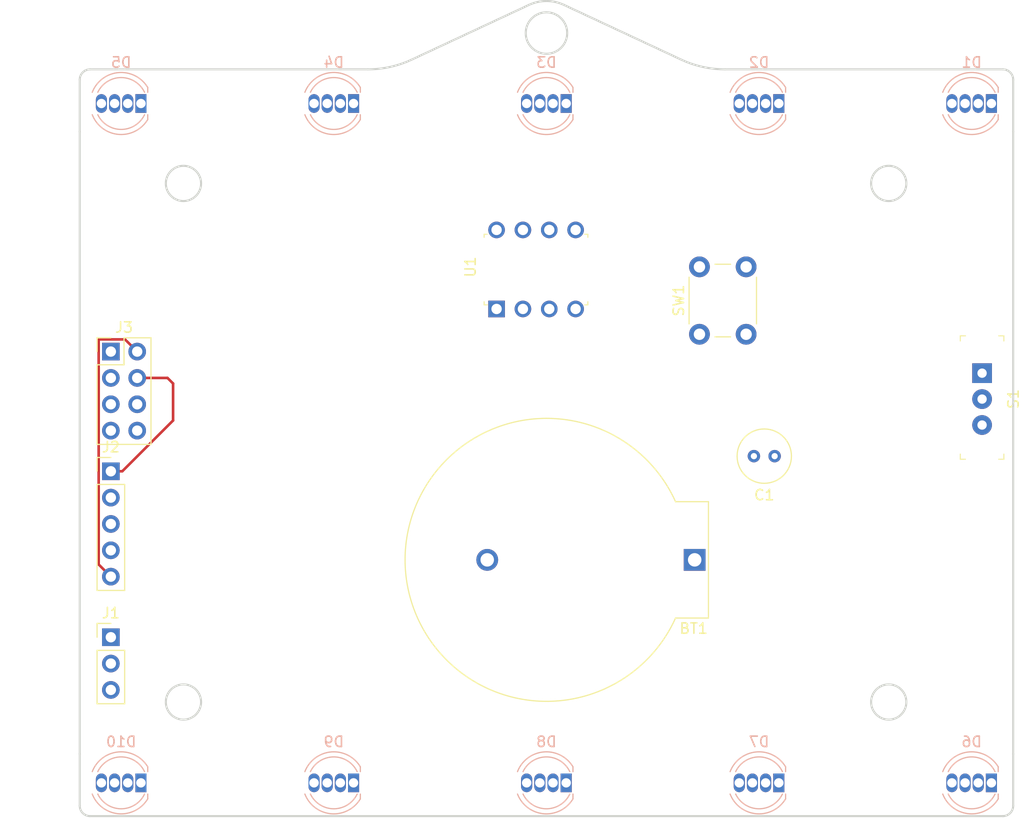
<source format=kicad_pcb>
(kicad_pcb (version 20221018) (generator pcbnew)
  (layers (0 "F.Cu" signal) (31 "B.Cu" signal) (34 "B.Paste" user) (35 "F.Paste" user) (36 "B.SilkS" user "B.Silkscreen") (37 "F.SilkS" user "F.Silkscreen") (38 "B.Mask" user) (39 "F.Mask" user) (44 "Edge.Cuts" user))
  (net 0 "")
  (net 1 "Net-(D1-DO)")
  (net 2 "+5V")
  (net 3 "Net-(D10-DI)")
  (net 4 "Net-(D2-DO)")
  (net 5 "Net-(D3-DO)")
  (net 6 "Net-(D4-DO)")
  (net 7 "Net-(D5-DO)")
  (net 8 "Net-(D6-DO)")
  (net 9 "Net-(D7-DO)")
  (net 10 "Net-(D8-DO)")
  (net 11 "Net-(D10-DO)")
  (net 13 "at5")
  (net 14 "/at6")
  (net 15 "/at7")
  (net 16 "/at3")
  (net 17 "at4")
  (net 18 "at1")
  (net 19 "/at2")
  (net 21 "at8")
  (footprint "Connector_PinHeader_2.54mm:PinHeader_1x03_P2.54mm_Vertical" (layer "F.Cu") (at 108 108.46)
    (fp_text reference "J1" (at 0 -2.33) (layer "F.SilkS"))
    (fp_text value "Conn_01x03_Pin")
    (fp_line (start -1.33 -1.33) (end 0 -1.33) (stroke (width 0.12)) (layer "F.SilkS"))
    (fp_line (start -1.33 0) (end -1.33 -1.33) (stroke (width 0.12)) (layer "F.SilkS"))
    (fp_line (start -1.33 1.27) (end -1.33 6.41) (stroke (width 0.12)) (layer "F.SilkS"))
    (fp_line (start -1.33 1.27) (end 1.33 1.27) (stroke (width 0.12)) (layer "F.SilkS"))
    (fp_line (start -1.33 6.41) (end 1.33 6.41) (stroke (width 0.12)) (layer "F.SilkS"))
    (fp_line (start 1.33 1.27) (end 1.33 6.41) (stroke (width 0.12)) (layer "F.SilkS"))
    (pad "1" thru_hole rect (at 0 0) (size 1.7 1.7) (drill 1) (layers "*.Cu" "*.Mask") (net 21 "at8"))
    (pad "2" thru_hole oval (at 0 2.54) (size 1.7 1.7) (drill 1) (layers "*.Cu" "*.Mask") (net 11 "Net-(D10-DO)"))
    (pad "3" thru_hole oval (at 0 5.08) (size 1.7 1.7) (drill 1) (layers "*.Cu" "*.Mask") (net 17 "at4"))
  )
  (footprint "Connector_PinHeader_2.54mm:PinHeader_2x04_P2.54mm_Vertical" (layer "F.Cu") (at 108 80.92)
    (fp_text reference "J3" (at 1.27 -2.33) (layer "F.SilkS"))
    (fp_text value "Conn_02x04_Counter_Clockwise")
    (fp_line (start -1.33 -1.33) (end 0 -1.33) (stroke (width 0.12)) (layer "F.SilkS"))
    (fp_line (start -1.33 0) (end -1.33 -1.33) (stroke (width 0.12)) (layer "F.SilkS"))
    (fp_line (start -1.33 1.27) (end -1.33 8.95) (stroke (width 0.12)) (layer "F.SilkS"))
    (fp_line (start -1.33 1.27) (end 1.27 1.27) (stroke (width 0.12)) (layer "F.SilkS"))
    (fp_line (start -1.33 8.95) (end 3.87 8.95) (stroke (width 0.12)) (layer "F.SilkS"))
    (fp_line (start 1.27 -1.33) (end 3.87 -1.33) (stroke (width 0.12)) (layer "F.SilkS"))
    (fp_line (start 1.27 1.27) (end 1.27 -1.33) (stroke (width 0.12)) (layer "F.SilkS"))
    (fp_line (start 3.87 -1.33) (end 3.87 8.95) (stroke (width 0.12)) (layer "F.SilkS"))
    (pad "1" thru_hole rect (at 0 0) (size 1.7 1.7) (drill 1) (layers "*.Cu" "*.Mask") (net 18 "at1"))
    (pad "2" thru_hole oval (at 2.54 0) (size 1.7 1.7) (drill 1) (layers "*.Cu" "*.Mask") (net 19 "/at2"))
    (pad "3" thru_hole oval (at 0 2.54) (size 1.7 1.7) (drill 1) (layers "*.Cu" "*.Mask") (net 16 "/at3"))
    (pad "4" thru_hole oval (at 2.54 2.54) (size 1.7 1.7) (drill 1) (layers "*.Cu" "*.Mask") (net 17 "at4"))
    (pad "5" thru_hole oval (at 0 5.08) (size 1.7 1.7) (drill 1) (layers "*.Cu" "*.Mask") (net 21 "at8"))
    (pad "6" thru_hole oval (at 2.54 5.08) (size 1.7 1.7) (drill 1) (layers "*.Cu" "*.Mask") (net 15 "/at7"))
    (pad "7" thru_hole oval (at 0 7.62) (size 1.7 1.7) (drill 1) (layers "*.Cu" "*.Mask") (net 14 "/at6"))
    (pad "8" thru_hole oval (at 2.54 7.62) (size 1.7 1.7) (drill 1) (layers "*.Cu" "*.Mask") (net 13 "at5"))
  )
  (footprint "digikey-footprints:DIP-8_W7.62mm" (layer "F.Cu") (at 145.19 76.81 90)
    (fp_text reference "U1" (at 4.05 -2.52 90) (layer "F.SilkS"))
    (fp_text value "ATTINY85-20PU")
    (fp_line (start 0.4 -1.2) (end 0.7 -1.2) (stroke (width 0.1)) (layer "F.SilkS"))
    (fp_line (start 0.4 -0.9) (end 0.4 -1.2) (stroke (width 0.1)) (layer "F.SilkS"))
    (fp_line (start 0.4 8.5) (end 0.4 8.8) (stroke (width 0.1)) (layer "F.SilkS"))
    (fp_line (start 0.4 8.8) (end 0.7 8.8) (stroke (width 0.1)) (layer "F.SilkS"))
    (fp_line (start 7.2 -1.2) (end 6.9 -1.2) (stroke (width 0.1)) (layer "F.SilkS"))
    (fp_line (start 7.2 -0.9) (end 7.2 -1.2) (stroke (width 0.1)) (layer "F.SilkS"))
    (fp_line (start 7.2 8.5) (end 7.2 8.8) (stroke (width 0.1)) (layer "F.SilkS"))
    (fp_line (start 7.2 8.8) (end 6.9 8.8) (stroke (width 0.1)) (layer "F.SilkS"))
    (pad "1" thru_hole rect (at 0 0 90) (size 1.6 1.6) (drill 1) (layers "*.Cu" "*.Mask") (net 18 "at1"))
    (pad "2" thru_hole circle (at 0 2.54 90) (size 1.6 1.6) (drill 1) (layers "*.Cu" "*.Mask") (net 19 "/at2"))
    (pad "3" thru_hole circle (at 0 5.08 90) (size 1.6 1.6) (drill 1) (layers "*.Cu" "*.Mask") (net 16 "/at3"))
    (pad "4" thru_hole circle (at 0 7.62 90) (size 1.6 1.6) (drill 1) (layers "*.Cu" "*.Mask") (net 17 "at4"))
    (pad "5" thru_hole circle (at 7.62 7.62 90) (size 1.6 1.6) (drill 1) (layers "*.Cu" "*.Mask") (net 13 "at5"))
    (pad "6" thru_hole circle (at 7.62 5.08 90) (size 1.6 1.6) (drill 1) (layers "*.Cu" "*.Mask") (net 14 "/at6"))
    (pad "7" thru_hole circle (at 7.62 2.54 90) (size 1.6 1.6) (drill 1) (layers "*.Cu" "*.Mask") (net 15 "/at7"))
    (pad "8" thru_hole circle (at 7.62 0 90) (size 1.6 1.6) (drill 1) (layers "*.Cu" "*.Mask"))
  )
  (footprint "Connector_PinHeader_2.54mm:PinHeader_1x05_P2.54mm_Vertical" (layer "F.Cu") (at 108 92.46)
    (fp_text reference "J2" (at 0 -2.33) (layer "F.SilkS"))
    (fp_text value "Conn_01x05_Pin")
    (fp_line (start -1.33 -1.33) (end 0 -1.33) (stroke (width 0.12)) (layer "F.SilkS"))
    (fp_line (start -1.33 0) (end -1.33 -1.33) (stroke (width 0.12)) (layer "F.SilkS"))
    (fp_line (start -1.33 1.27) (end -1.33 11.49) (stroke (width 0.12)) (layer "F.SilkS"))
    (fp_line (start -1.33 1.27) (end 1.33 1.27) (stroke (width 0.12)) (layer "F.SilkS"))
    (fp_line (start -1.33 11.49) (end 1.33 11.49) (stroke (width 0.12)) (layer "F.SilkS"))
    (fp_line (start 1.33 1.27) (end 1.33 11.49) (stroke (width 0.12)) (layer "F.SilkS"))
    (pad "1" thru_hole rect (at 0 0) (size 1.7 1.7) (drill 1) (layers "*.Cu" "*.Mask") (net 17 "at4"))
    (pad "2" thru_hole oval (at 0 2.54) (size 1.7 1.7) (drill 1) (layers "*.Cu" "*.Mask") (net 14 "/at6"))
    (pad "3" thru_hole oval (at 0 5.08) (size 1.7 1.7) (drill 1) (layers "*.Cu" "*.Mask") (net 15 "/at7"))
    (pad "4" thru_hole oval (at 0 7.62) (size 1.7 1.7) (drill 1) (layers "*.Cu" "*.Mask") (net 16 "/at3"))
    (pad "5" thru_hole oval (at 0 10.16) (size 1.7 1.7) (drill 1) (layers "*.Cu" "*.Mask") (net 19 "/at2"))
  )
  (footprint "Capacitor_THT:C_Radial_D5.0mm_H5.0mm_P2.00mm" (layer "F.Cu") (at 172 91 180)
    (fp_text reference "C1" (at 1 -3.75) (layer "F.SilkS"))
    (fp_text value "C")
    (fp_circle (center 1 0) (end 3.62 0) (stroke (width 0.12)) (fill none) (layer "F.SilkS"))
    (pad "1" thru_hole circle (at 0 0 180) (size 1.2 1.2) (drill 0.6) (layers "*.Cu" "*.Mask") (net 21 "at8"))
    (pad "2" thru_hole circle (at 2 0 180) (size 1.2 1.2) (drill 0.6) (layers "*.Cu" "*.Mask") (net 17 "at4"))
  )
  (footprint "digikey-footprints:Switch_Slide_11.6x4mm_EG1218" (layer "F.Cu") (at 192 83 -90)
    (fp_text reference "S1" (at 2.49 -3.02 90) (layer "F.SilkS"))
    (fp_text value "EG1218")
    (fp_line (start -3.6 -2.1) (end -3.6 -1.6) (stroke (width 0.1)) (layer "F.SilkS"))
    (fp_line (start -3.6 -2.1) (end -3.1 -2.1) (stroke (width 0.1)) (layer "F.SilkS"))
    (fp_line (start -3.6 2.1) (end -3.6 1.6) (stroke (width 0.1)) (layer "F.SilkS"))
    (fp_line (start -3.6 2.1) (end -3.1 2.1) (stroke (width 0.1)) (layer "F.SilkS"))
    (fp_line (start 8.3 -2.1) (end 7.8 -2.1) (stroke (width 0.1)) (layer "F.SilkS"))
    (fp_line (start 8.3 -2.1) (end 8.3 -1.6) (stroke (width 0.1)) (layer "F.SilkS"))
    (fp_line (start 8.3 2.1) (end 7.8 2.1) (stroke (width 0.1)) (layer "F.SilkS"))
    (fp_line (start 8.3 2.1) (end 8.3 1.6) (stroke (width 0.1)) (layer "F.SilkS"))
    (pad "1" thru_hole rect (at 0 0 270) (size 1.9 1.9) (drill 0.9) (layers "*.Cu" "*.Mask") (net 2 "+5V"))
    (pad "2" thru_hole circle (at 2.5 0 270) (size 1.9 1.9) (drill 0.9) (layers "*.Cu" "*.Mask") (net 21 "at8"))
    (pad "3" thru_hole circle (at 5 0 270) (size 1.9 1.9) (drill 0.9) (layers "*.Cu" "*.Mask"))
  )
  (footprint "Battery:BatteryHolder_ComfortableElectronic_CH273-2450_1x2450" (layer "F.Cu") (at 164.289087 101 180)
    (fp_text reference "BT1" (at 0.1 -6.62) (layer "F.SilkS"))
    (fp_text value "Battery")
    (fp_line (start -1.33 -5.61) (end 1.845 -5.61) (stroke (width 0.12)) (layer "F.SilkS"))
    (fp_line (start -1.33 5.61) (end -1.33 -5.61) (stroke (width 0.12)) (layer "F.SilkS"))
    (fp_line (start 1.845 5.61) (end -1.33 5.61) (stroke (width 0.12)) (layer "F.SilkS"))
    (fp_arc (start 1.845 -5.61) (mid 27.921896 0) (end 1.845 5.61) (stroke (width 0.12)) (layer "F.SilkS"))
    (pad "1" thru_hole rect (at 0 0 90) (size 2.1 2.1) (drill 1.3) (layers "*.Cu" "*.Mask") (net 2 "+5V"))
    (pad "2" thru_hole circle (at 20 0 90) (size 2.1 2.1) (drill 1.3) (layers "*.Cu" "*.Mask") (net 17 "at4"))
  )
  (footprint "Button_Switch_THT:SW_PUSH_6mm" (layer "F.Cu") (at 164.75 79.25 90)
    (fp_text reference "SW1" (at 3.25 -2 90) (layer "F.SilkS"))
    (fp_text value "Push_Button")
    (fp_line (start -0.25 1.5) (end -0.25 3) (stroke (width 0.12)) (layer "F.SilkS"))
    (fp_line (start 1 5.5) (end 5.5 5.5) (stroke (width 0.12)) (layer "F.SilkS"))
    (fp_line (start 5.5 -1) (end 1 -1) (stroke (width 0.12)) (layer "F.SilkS"))
    (fp_line (start 6.75 3) (end 6.75 1.5) (stroke (width 0.12)) (layer "F.SilkS"))
    (pad "1" thru_hole circle (at 0 0 180) (size 2 2) (drill 1.1) (layers "*.Cu" "*.Mask") (net 13 "at5"))
    (pad "1" thru_hole circle (at 6.5 0 180) (size 2 2) (drill 1.1) (layers "*.Cu" "*.Mask") (net 13 "at5"))
    (pad "2" thru_hole circle (at 0 4.5 180) (size 2 2) (drill 1.1) (layers "*.Cu" "*.Mask") (net 17 "at4"))
    (pad "2" thru_hole circle (at 6.5 4.5 180) (size 2 2) (drill 1.1) (layers "*.Cu" "*.Mask") (net 17 "at4"))
  )
  (footprint "LED_THT:LED_D5.0mm-4_RGB" (layer "B.Cu") (at 131.4 57 180)
    (fp_text reference "D4" (at 1.905 3.96) (layer "B.SilkS") (effects (justify mirror)))
    (fp_text value "APA-106-F5")
    (fp_line (start -0.655 -1.08) (end -0.655 -1.545) (stroke (width 0.12)) (layer "B.SilkS"))
    (fp_line (start -0.655 1.545) (end -0.655 1.08) (stroke (width 0.12)) (layer "B.SilkS"))
    (fp_arc (start -0.655 -1.54483) (mid 2.163456 -2.978809) (end 4.692815 -1.080827) (stroke (width 0.12)) (layer "B.SilkS"))
    (fp_arc (start -0.349684 -1.08) (mid 1.904762 -2.5) (end 4.159479 -1.080429) (stroke (width 0.12)) (layer "B.SilkS"))
    (fp_arc (start 4.159479 1.080429) (mid 1.904762 2.5) (end -0.349684 1.08) (stroke (width 0.12)) (layer "B.SilkS"))
    (fp_arc (start 4.692815 1.080827) (mid 2.163456 2.978808) (end -0.655 1.54483) (stroke (width 0.12)) (layer "B.SilkS"))
    (pad "1" thru_hole rect (at 0 0 180) (size 1.07 1.8) (drill 0.9) (layers "*.Cu" "*.Mask") (net 6 "Net-(D4-DO)"))
    (pad "2" thru_hole oval (at 1.27 0 180) (size 1.07 1.8) (drill 0.9) (layers "*.Cu" "*.Mask") (net 17 "at4"))
    (pad "3" thru_hole oval (at 2.54 0 180) (size 1.07 1.8) (drill 0.9) (layers "*.Cu" "*.Mask") (net 21 "at8"))
    (pad "4" thru_hole oval (at 3.81 0 180) (size 1.07 1.8) (drill 0.9) (layers "*.Cu" "*.Mask") (net 5 "Net-(D3-DO)"))
  )
  (footprint "LED_THT:LED_D5.0mm-4_RGB" (layer "B.Cu") (at 172.4 57 180)
    (fp_text reference "D2" (at 1.905 3.96) (layer "B.SilkS") (effects (justify mirror)))
    (fp_text value "APA-106-F5")
    (fp_line (start -0.655 -1.08) (end -0.655 -1.545) (stroke (width 0.12)) (layer "B.SilkS"))
    (fp_line (start -0.655 1.545) (end -0.655 1.08) (stroke (width 0.12)) (layer "B.SilkS"))
    (fp_arc (start -0.655 -1.54483) (mid 2.163456 -2.978809) (end 4.692815 -1.080827) (stroke (width 0.12)) (layer "B.SilkS"))
    (fp_arc (start -0.349684 -1.08) (mid 1.904762 -2.5) (end 4.159479 -1.080429) (stroke (width 0.12)) (layer "B.SilkS"))
    (fp_arc (start 4.159479 1.080429) (mid 1.904762 2.5) (end -0.349684 1.08) (stroke (width 0.12)) (layer "B.SilkS"))
    (fp_arc (start 4.692815 1.080827) (mid 2.163456 2.978808) (end -0.655 1.54483) (stroke (width 0.12)) (layer "B.SilkS"))
    (pad "1" thru_hole rect (at 0 0 180) (size 1.07 1.8) (drill 0.9) (layers "*.Cu" "*.Mask") (net 4 "Net-(D2-DO)"))
    (pad "2" thru_hole oval (at 1.27 0 180) (size 1.07 1.8) (drill 0.9) (layers "*.Cu" "*.Mask") (net 17 "at4"))
    (pad "3" thru_hole oval (at 2.54 0 180) (size 1.07 1.8) (drill 0.9) (layers "*.Cu" "*.Mask") (net 21 "at8"))
    (pad "4" thru_hole oval (at 3.81 0 180) (size 1.07 1.8) (drill 0.9) (layers "*.Cu" "*.Mask") (net 1 "Net-(D1-DO)"))
  )
  (footprint "LED_THT:LED_D5.0mm-4_RGB" (layer "B.Cu") (at 172.4 122.5 180)
    (fp_text reference "D7" (at 1.905 3.96) (layer "B.SilkS") (effects (justify mirror)))
    (fp_text value "APA-106-F5")
    (fp_line (start -0.655 -1.08) (end -0.655 -1.545) (stroke (width 0.12)) (layer "B.SilkS"))
    (fp_line (start -0.655 1.545) (end -0.655 1.08) (stroke (width 0.12)) (layer "B.SilkS"))
    (fp_arc (start -0.655 -1.54483) (mid 2.163456 -2.978809) (end 4.692815 -1.080827) (stroke (width 0.12)) (layer "B.SilkS"))
    (fp_arc (start -0.349684 -1.08) (mid 1.904762 -2.5) (end 4.159479 -1.080429) (stroke (width 0.12)) (layer "B.SilkS"))
    (fp_arc (start 4.159479 1.080429) (mid 1.904762 2.5) (end -0.349684 1.08) (stroke (width 0.12)) (layer "B.SilkS"))
    (fp_arc (start 4.692815 1.080827) (mid 2.163456 2.978808) (end -0.655 1.54483) (stroke (width 0.12)) (layer "B.SilkS"))
    (pad "1" thru_hole rect (at 0 0 180) (size 1.07 1.8) (drill 0.9) (layers "*.Cu" "*.Mask") (net 9 "Net-(D7-DO)"))
    (pad "2" thru_hole oval (at 1.27 0 180) (size 1.07 1.8) (drill 0.9) (layers "*.Cu" "*.Mask") (net 17 "at4"))
    (pad "3" thru_hole oval (at 2.54 0 180) (size 1.07 1.8) (drill 0.9) (layers "*.Cu" "*.Mask") (net 21 "at8"))
    (pad "4" thru_hole oval (at 3.81 0 180) (size 1.07 1.8) (drill 0.9) (layers "*.Cu" "*.Mask") (net 8 "Net-(D6-DO)"))
  )
  (footprint "LED_THT:LED_D5.0mm-4_RGB" (layer "B.Cu") (at 192.9 122.5 180)
    (fp_text reference "D6" (at 1.905 3.96) (layer "B.SilkS") (effects (justify mirror)))
    (fp_text value "APA-106-F5")
    (fp_line (start -0.655 -1.08) (end -0.655 -1.545) (stroke (width 0.12)) (layer "B.SilkS"))
    (fp_line (start -0.655 1.545) (end -0.655 1.08) (stroke (width 0.12)) (layer "B.SilkS"))
    (fp_arc (start -0.655 -1.54483) (mid 2.163456 -2.978809) (end 4.692815 -1.080827) (stroke (width 0.12)) (layer "B.SilkS"))
    (fp_arc (start -0.349684 -1.08) (mid 1.904762 -2.5) (end 4.159479 -1.080429) (stroke (width 0.12)) (layer "B.SilkS"))
    (fp_arc (start 4.159479 1.080429) (mid 1.904762 2.5) (end -0.349684 1.08) (stroke (width 0.12)) (layer "B.SilkS"))
    (fp_arc (start 4.692815 1.080827) (mid 2.163456 2.978808) (end -0.655 1.54483) (stroke (width 0.12)) (layer "B.SilkS"))
    (pad "1" thru_hole rect (at 0 0 180) (size 1.07 1.8) (drill 0.9) (layers "*.Cu" "*.Mask") (net 8 "Net-(D6-DO)"))
    (pad "2" thru_hole oval (at 1.27 0 180) (size 1.07 1.8) (drill 0.9) (layers "*.Cu" "*.Mask") (net 17 "at4"))
    (pad "3" thru_hole oval (at 2.54 0 180) (size 1.07 1.8) (drill 0.9) (layers "*.Cu" "*.Mask") (net 21 "at8"))
    (pad "4" thru_hole oval (at 3.81 0 180) (size 1.07 1.8) (drill 0.9) (layers "*.Cu" "*.Mask") (net 7 "Net-(D5-DO)"))
  )
  (footprint "LED_THT:LED_D5.0mm-4_RGB" (layer "B.Cu") (at 151.9 57 180)
    (fp_text reference "D3" (at 1.905 3.96) (layer "B.SilkS") (effects (justify mirror)))
    (fp_text value "APA-106-F5")
    (fp_line (start -0.655 -1.08) (end -0.655 -1.545) (stroke (width 0.12)) (layer "B.SilkS"))
    (fp_line (start -0.655 1.545) (end -0.655 1.08) (stroke (width 0.12)) (layer "B.SilkS"))
    (fp_arc (start -0.655 -1.54483) (mid 2.163456 -2.978809) (end 4.692815 -1.080827) (stroke (width 0.12)) (layer "B.SilkS"))
    (fp_arc (start -0.349684 -1.08) (mid 1.904762 -2.5) (end 4.159479 -1.080429) (stroke (width 0.12)) (layer "B.SilkS"))
    (fp_arc (start 4.159479 1.080429) (mid 1.904762 2.5) (end -0.349684 1.08) (stroke (width 0.12)) (layer "B.SilkS"))
    (fp_arc (start 4.692815 1.080827) (mid 2.163456 2.978808) (end -0.655 1.54483) (stroke (width 0.12)) (layer "B.SilkS"))
    (pad "1" thru_hole rect (at 0 0 180) (size 1.07 1.8) (drill 0.9) (layers "*.Cu" "*.Mask") (net 5 "Net-(D3-DO)"))
    (pad "2" thru_hole oval (at 1.27 0 180) (size 1.07 1.8) (drill 0.9) (layers "*.Cu" "*.Mask") (net 17 "at4"))
    (pad "3" thru_hole oval (at 2.54 0 180) (size 1.07 1.8) (drill 0.9) (layers "*.Cu" "*.Mask") (net 21 "at8"))
    (pad "4" thru_hole oval (at 3.81 0 180) (size 1.07 1.8) (drill 0.9) (layers "*.Cu" "*.Mask") (net 4 "Net-(D2-DO)"))
  )
  (footprint "LED_THT:LED_D5.0mm-4_RGB" (layer "B.Cu") (at 151.9 122.5 180)
    (fp_text reference "D8" (at 1.905 3.96) (layer "B.SilkS") (effects (justify mirror)))
    (fp_text value "APA-106-F5")
    (fp_line (start -0.655 -1.08) (end -0.655 -1.545) (stroke (width 0.12)) (layer "B.SilkS"))
    (fp_line (start -0.655 1.545) (end -0.655 1.08) (stroke (width 0.12)) (layer "B.SilkS"))
    (fp_arc (start -0.655 -1.54483) (mid 2.163456 -2.978809) (end 4.692815 -1.080827) (stroke (width 0.12)) (layer "B.SilkS"))
    (fp_arc (start -0.349684 -1.08) (mid 1.904762 -2.5) (end 4.159479 -1.080429) (stroke (width 0.12)) (layer "B.SilkS"))
    (fp_arc (start 4.159479 1.080429) (mid 1.904762 2.5) (end -0.349684 1.08) (stroke (width 0.12)) (layer "B.SilkS"))
    (fp_arc (start 4.692815 1.080827) (mid 2.163456 2.978808) (end -0.655 1.54483) (stroke (width 0.12)) (layer "B.SilkS"))
    (pad "1" thru_hole rect (at 0 0 180) (size 1.07 1.8) (drill 0.9) (layers "*.Cu" "*.Mask") (net 10 "Net-(D8-DO)"))
    (pad "2" thru_hole oval (at 1.27 0 180) (size 1.07 1.8) (drill 0.9) (layers "*.Cu" "*.Mask") (net 17 "at4"))
    (pad "3" thru_hole oval (at 2.54 0 180) (size 1.07 1.8) (drill 0.9) (layers "*.Cu" "*.Mask") (net 21 "at8"))
    (pad "4" thru_hole oval (at 3.81 0 180) (size 1.07 1.8) (drill 0.9) (layers "*.Cu" "*.Mask") (net 9 "Net-(D7-DO)"))
  )
  (footprint "LED_THT:LED_D5.0mm-4_RGB" (layer "B.Cu") (at 110.9 122.5 180)
    (fp_text reference "D10" (at 1.905 3.96) (layer "B.SilkS") (effects (justify mirror)))
    (fp_text value "APA-106-F5")
    (fp_line (start -0.655 -1.08) (end -0.655 -1.545) (stroke (width 0.12)) (layer "B.SilkS"))
    (fp_line (start -0.655 1.545) (end -0.655 1.08) (stroke (width 0.12)) (layer "B.SilkS"))
    (fp_arc (start -0.655 -1.54483) (mid 2.163456 -2.978809) (end 4.692815 -1.080827) (stroke (width 0.12)) (layer "B.SilkS"))
    (fp_arc (start -0.349684 -1.08) (mid 1.904762 -2.5) (end 4.159479 -1.080429) (stroke (width 0.12)) (layer "B.SilkS"))
    (fp_arc (start 4.159479 1.080429) (mid 1.904762 2.5) (end -0.349684 1.08) (stroke (width 0.12)) (layer "B.SilkS"))
    (fp_arc (start 4.692815 1.080827) (mid 2.163456 2.978808) (end -0.655 1.54483) (stroke (width 0.12)) (layer "B.SilkS"))
    (pad "1" thru_hole rect (at 0 0 180) (size 1.07 1.8) (drill 0.9) (layers "*.Cu" "*.Mask") (net 11 "Net-(D10-DO)"))
    (pad "2" thru_hole oval (at 1.27 0 180) (size 1.07 1.8) (drill 0.9) (layers "*.Cu" "*.Mask") (net 17 "at4"))
    (pad "3" thru_hole oval (at 2.54 0 180) (size 1.07 1.8) (drill 0.9) (layers "*.Cu" "*.Mask") (net 21 "at8"))
    (pad "4" thru_hole oval (at 3.81 0 180) (size 1.07 1.8) (drill 0.9) (layers "*.Cu" "*.Mask") (net 3 "Net-(D10-DI)"))
  )
  (footprint "LED_THT:LED_D5.0mm-4_RGB" (layer "B.Cu") (at 131.4 122.5 180)
    (fp_text reference "D9" (at 1.905 3.96) (layer "B.SilkS") (effects (justify mirror)))
    (fp_text value "APA-106-F5")
    (fp_line (start -0.655 -1.08) (end -0.655 -1.545) (stroke (width 0.12)) (layer "B.SilkS"))
    (fp_line (start -0.655 1.545) (end -0.655 1.08) (stroke (width 0.12)) (layer "B.SilkS"))
    (fp_arc (start -0.655 -1.54483) (mid 2.163456 -2.978809) (end 4.692815 -1.080827) (stroke (width 0.12)) (layer "B.SilkS"))
    (fp_arc (start -0.349684 -1.08) (mid 1.904762 -2.5) (end 4.159479 -1.080429) (stroke (width 0.12)) (layer "B.SilkS"))
    (fp_arc (start 4.159479 1.080429) (mid 1.904762 2.5) (end -0.349684 1.08) (stroke (width 0.12)) (layer "B.SilkS"))
    (fp_arc (start 4.692815 1.080827) (mid 2.163456 2.978808) (end -0.655 1.54483) (stroke (width 0.12)) (layer "B.SilkS"))
    (pad "1" thru_hole rect (at 0 0 180) (size 1.07 1.8) (drill 0.9) (layers "*.Cu" "*.Mask") (net 3 "Net-(D10-DI)"))
    (pad "2" thru_hole oval (at 1.27 0 180) (size 1.07 1.8) (drill 0.9) (layers "*.Cu" "*.Mask") (net 17 "at4"))
    (pad "3" thru_hole oval (at 2.54 0 180) (size 1.07 1.8) (drill 0.9) (layers "*.Cu" "*.Mask") (net 21 "at8"))
    (pad "4" thru_hole oval (at 3.81 0 180) (size 1.07 1.8) (drill 0.9) (layers "*.Cu" "*.Mask") (net 10 "Net-(D8-DO)"))
  )
  (footprint "LED_THT:LED_D5.0mm-4_RGB" (layer "B.Cu") (at 192.9 57 180)
    (fp_text reference "D1" (at 1.905 3.96) (layer "B.SilkS") (effects (justify mirror)))
    (fp_text value "APA-106-F5")
    (fp_line (start -0.655 -1.08) (end -0.655 -1.545) (stroke (width 0.12)) (layer "B.SilkS"))
    (fp_line (start -0.655 1.545) (end -0.655 1.08) (stroke (width 0.12)) (layer "B.SilkS"))
    (fp_arc (start -0.655 -1.54483) (mid 2.163456 -2.978809) (end 4.692815 -1.080827) (stroke (width 0.12)) (layer "B.SilkS"))
    (fp_arc (start -0.349684 -1.08) (mid 1.904762 -2.5) (end 4.159479 -1.080429) (stroke (width 0.12)) (layer "B.SilkS"))
    (fp_arc (start 4.159479 1.080429) (mid 1.904762 2.5) (end -0.349684 1.08) (stroke (width 0.12)) (layer "B.SilkS"))
    (fp_arc (start 4.692815 1.080827) (mid 2.163456 2.978808) (end -0.655 1.54483) (stroke (width 0.12)) (layer "B.SilkS"))
    (pad "1" thru_hole rect (at 0 0 180) (size 1.07 1.8) (drill 0.9) (layers "*.Cu" "*.Mask") (net 1 "Net-(D1-DO)"))
    (pad "2" thru_hole oval (at 1.27 0 180) (size 1.07 1.8) (drill 0.9) (layers "*.Cu" "*.Mask") (net 17 "at4"))
    (pad "3" thru_hole oval (at 2.54 0 180) (size 1.07 1.8) (drill 0.9) (layers "*.Cu" "*.Mask") (net 21 "at8"))
    (pad "4" thru_hole oval (at 3.81 0 180) (size 1.07 1.8) (drill 0.9) (layers "*.Cu" "*.Mask") (net 18 "at1"))
  )
  (footprint "LED_THT:LED_D5.0mm-4_RGB" (layer "B.Cu") (at 110.9 57 180)
    (fp_text reference "D5" (at 1.905 3.96) (layer "B.SilkS") (effects (justify mirror)))
    (fp_text value "APA-106-F5")
    (fp_line (start -0.655 -1.08) (end -0.655 -1.545) (stroke (width 0.12)) (layer "B.SilkS"))
    (fp_line (start -0.655 1.545) (end -0.655 1.08) (stroke (width 0.12)) (layer "B.SilkS"))
    (fp_arc (start -0.655 -1.54483) (mid 2.163456 -2.978809) (end 4.692815 -1.080827) (stroke (width 0.12)) (layer "B.SilkS"))
    (fp_arc (start -0.349684 -1.08) (mid 1.904762 -2.5) (end 4.159479 -1.080429) (stroke (width 0.12)) (layer "B.SilkS"))
    (fp_arc (start 4.159479 1.080429) (mid 1.904762 2.5) (end -0.349684 1.08) (stroke (width 0.12)) (layer "B.SilkS"))
    (fp_arc (start 4.692815 1.080827) (mid 2.163456 2.978808) (end -0.655 1.54483) (stroke (width 0.12)) (layer "B.SilkS"))
    (pad "1" thru_hole rect (at 0 0 180) (size 1.07 1.8) (drill 0.9) (layers "*.Cu" "*.Mask") (net 7 "Net-(D5-DO)"))
    (pad "2" thru_hole oval (at 1.27 0 180) (size 1.07 1.8) (drill 0.9) (layers "*.Cu" "*.Mask") (net 17 "at4"))
    (pad "3" thru_hole oval (at 2.54 0 180) (size 1.07 1.8) (drill 0.9) (layers "*.Cu" "*.Mask") (net 21 "at8"))
    (pad "4" thru_hole oval (at 3.81 0 180) (size 1.07 1.8) (drill 0.9) (layers "*.Cu" "*.Mask") (net 6 "Net-(D4-DO)"))
  )
  (gr_line (start 105 59.707108) (end 105 119.707108) (stroke (width 0.2)) (layer "Edge.Cuts"))
  (gr_arc (start 195.000001 124.707108) (mid 194.707108 125.414215) (end 194.000001 125.707108) (stroke (width 0.2)) (layer "Edge.Cuts"))
  (gr_arc (start 105 54.707107) (mid 105.292893 54) (end 106 53.707107) (stroke (width 0.2)) (layer "Edge.Cuts"))
  (gr_line (start 194.000001 53.707107) (end 167.218494 53.707107) (stroke (width 0.2)) (layer "Edge.Cuts"))
  (gr_circle (center 115 114.707107) (end 116.7 114.707107) (stroke (width 0.2)) (fill none) (layer "Edge.Cuts"))
  (gr_arc (start 106 125.707108) (mid 105.292893 125.414215) (end 105 124.707108) (stroke (width 0.2)) (layer "Edge.Cuts"))
  (gr_line (start 151.691542 47.496493) (end 162.989639 52.768938) (stroke (width 0.2)) (layer "Edge.Cuts"))
  (gr_arc (start 167.218494 53.707107) (mid 165.052658 53.469748) (end 162.989639 52.768938) (stroke (width 0.2)) (layer "Edge.Cuts"))
  (gr_line (start 105 54.707107) (end 105 59.707108) (stroke (width 0.2)) (layer "Edge.Cuts"))
  (gr_circle (center 183 64.707107) (end 184.7 64.707107) (stroke (width 0.2)) (fill none) (layer "Edge.Cuts"))
  (gr_line (start 148.308458 47.496493) (end 137.010361 52.768938) (stroke (width 0.2)) (layer "Edge.Cuts"))
  (gr_line (start 195.000001 59.707108) (end 195.000001 54.707107) (stroke (width 0.2)) (layer "Edge.Cuts"))
  (gr_circle (center 150 50.207107) (end 152 50.207107) (stroke (width 0.2)) (fill none) (layer "Edge.Cuts"))
  (gr_line (start 105 124.707108) (end 105 119.707108) (stroke (width 0.2)) (layer "Edge.Cuts"))
  (gr_circle (center 115 64.707107) (end 116.7 64.707107) (stroke (width 0.2)) (fill none) (layer "Edge.Cuts"))
  (gr_line (start 195.000001 119.707108) (end 195.000001 124.707108) (stroke (width 0.2)) (layer "Edge.Cuts"))
  (gr_arc (start 194.000001 53.707107) (mid 194.707108 54) (end 195.000001 54.707107) (stroke (width 0.2)) (layer "Edge.Cuts"))
  (gr_arc (start 137.010361 52.768938) (mid 134.947342 53.469748) (end 132.781507 53.707107) (stroke (width 0.2)) (layer "Edge.Cuts"))
  (gr_circle (center 183 114.707107) (end 184.7 114.707107) (stroke (width 0.2)) (fill none) (layer "Edge.Cuts"))
  (gr_line (start 132.781507 53.707107) (end 106 53.707107) (stroke (width 0.2)) (layer "Edge.Cuts"))
  (gr_arc (start 148.308458 47.496493) (mid 150 47.121226) (end 151.691542 47.496493) (stroke (width 0.2)) (layer "Edge.Cuts"))
  (gr_line (start 194.000001 125.707108) (end 106 125.707108) (stroke (width 0.2)) (layer "Edge.Cuts"))
  (gr_line (start 195 119.707108) (end 195 59.707108) (stroke (width 0.2)) (layer "Edge.Cuts"))
  (gr_circle (center 105 125.707108) (end 105.01 125.707108) (stroke (width 0.0001)) (fill solid) (layer "Edge.Cuts"))
  (segment (start 113.46 83.46) (end 114 84) (width 0.25) (layer "F.Cu") (net 17))
  (segment (start 114 84) (end 114 87.56) (width 0.25) (layer "F.Cu") (net 17))
  (segment (start 110.54 83.46) (end 113.46 83.46) (width 0.25) (layer "F.Cu") (net 17))
  (segment (start 109.1 92.46) (end 108 92.46) (width 0.25) (layer "F.Cu") (net 17))
  (segment (start 114 87.56) (end 109.1 92.46) (width 0.25) (layer "F.Cu") (net 17))
  (segment (start 106.825 101.445) (end 108 102.62) (width 0.25) (layer "F.Cu") (net 19))
  (segment (start 110.54 80.92) (end 109.365 79.745) (width 0.25) (layer "F.Cu") (net 19))
  (segment (start 106.825 79.745) (end 106.825 101.445) (width 0.25) (layer "F.Cu") (net 19))
  (segment (start 109.365 79.745) (end 106.825 79.745) (width 0.25) (layer "F.Cu") (net 19))
)
</source>
